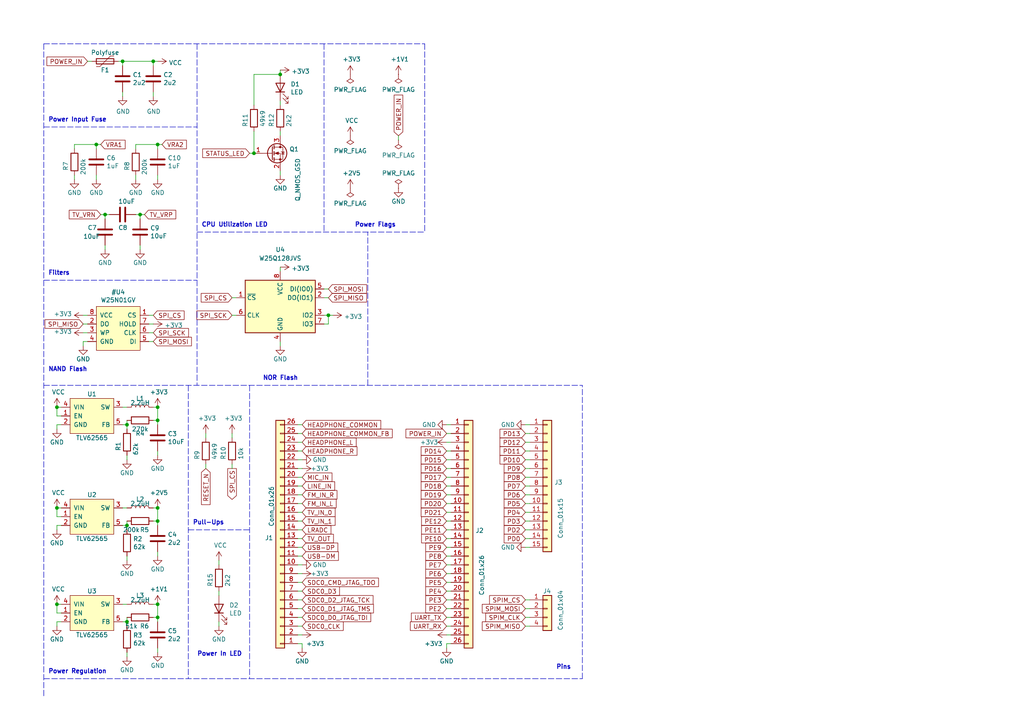
<source format=kicad_sch>
(kicad_sch (version 20211123) (generator eeschema)
  (paper "A4")
  (title_block (title "SOM-F1C") (date "2021-01-04") (rev "2") (company "Mustafa Serhat Urtis"))
  (lib_symbols
    (symbol "Connector_Generic:Conn_01x04" (pin_names (offset 1.016) hide)
      (property "Reference" "J" (at 0 5.08 0))
      (property "Value" "Conn_01x04" (at 0 -7.62 0))
      (symbol "Conn_01x04_1_1"
        (pin passive line (at -5.08 2.54 0) (length 3.81) (name "Pin_1") (number "1"))
        (pin passive line (at -5.08 0 0) (length 3.81) (name "Pin_2") (number "2"))
        (pin passive line (at -5.08 -2.54 0) (length 3.81) (name "Pin_3") (number "3"))
        (pin passive line (at -5.08 -5.08 0) (length 3.81) (name "Pin_4") (number "4"))
      )
    )
    (symbol "Connector_Generic:Conn_01x15" (pin_names (offset 1.016) hide)
      (property "Reference" "J" (at 0 20.32 0))
      (property "Value" "Conn_01x15" (at 0 -20.32 0))
      (symbol "Conn_01x15_1_1"
        (pin passive line (at -5.08 17.78 0) (length 3.81) (name "Pin_1") (number "1"))
        (pin passive line (at -5.08 -5.08 0) (length 3.81) (name "Pin_10") (number "10"))
        (pin passive line (at -5.08 -7.62 0) (length 3.81) (name "Pin_11") (number "11"))
        (pin passive line (at -5.08 -10.16 0) (length 3.81) (name "Pin_12") (number "12"))
        (pin passive line (at -5.08 -12.7 0) (length 3.81) (name "Pin_13") (number "13"))
        (pin passive line (at -5.08 -15.24 0) (length 3.81) (name "Pin_14") (number "14"))
        (pin passive line (at -5.08 -17.78 0) (length 3.81) (name "Pin_15") (number "15"))
        (pin passive line (at -5.08 15.24 0) (length 3.81) (name "Pin_2") (number "2"))
        (pin passive line (at -5.08 12.7 0) (length 3.81) (name "Pin_3") (number "3"))
        (pin passive line (at -5.08 10.16 0) (length 3.81) (name "Pin_4") (number "4"))
        (pin passive line (at -5.08 7.62 0) (length 3.81) (name "Pin_5") (number "5"))
        (pin passive line (at -5.08 5.08 0) (length 3.81) (name "Pin_6") (number "6"))
        (pin passive line (at -5.08 2.54 0) (length 3.81) (name "Pin_7") (number "7"))
        (pin passive line (at -5.08 0 0) (length 3.81) (name "Pin_8") (number "8"))
        (pin passive line (at -5.08 -2.54 0) (length 3.81) (name "Pin_9") (number "9"))
      )
    )
    (symbol "Connector_Generic:Conn_01x26" (pin_names (offset 1.016) hide)
      (property "Reference" "J" (at 0 33.02 0))
      (property "Value" "Conn_01x26" (at 0 -35.56 0))
      (symbol "Conn_01x26_1_1"
        (pin passive line (at -5.08 30.48 0) (length 3.81) (name "Pin_1") (number "1"))
        (pin passive line (at -5.08 7.62 0) (length 3.81) (name "Pin_10") (number "10"))
        (pin passive line (at -5.08 5.08 0) (length 3.81) (name "Pin_11") (number "11"))
        (pin passive line (at -5.08 2.54 0) (length 3.81) (name "Pin_12") (number "12"))
        (pin passive line (at -5.08 0 0) (length 3.81) (name "Pin_13") (number "13"))
        (pin passive line (at -5.08 -2.54 0) (length 3.81) (name "Pin_14") (number "14"))
        (pin passive line (at -5.08 -5.08 0) (length 3.81) (name "Pin_15") (number "15"))
        (pin passive line (at -5.08 -7.62 0) (length 3.81) (name "Pin_16") (number "16"))
        (pin passive line (at -5.08 -10.16 0) (length 3.81) (name "Pin_17") (number "17"))
        (pin passive line (at -5.08 -12.7 0) (length 3.81) (name "Pin_18") (number "18"))
        (pin passive line (at -5.08 -15.24 0) (length 3.81) (name "Pin_19") (number "19"))
        (pin passive line (at -5.08 27.94 0) (length 3.81) (name "Pin_2") (number "2"))
        (pin passive line (at -5.08 -17.78 0) (length 3.81) (name "Pin_20") (number "20"))
        (pin passive line (at -5.08 -20.32 0) (length 3.81) (name "Pin_21") (number "21"))
        (pin passive line (at -5.08 -22.86 0) (length 3.81) (name "Pin_22") (number "22"))
        (pin passive line (at -5.08 -25.4 0) (length 3.81) (name "Pin_23") (number "23"))
        (pin passive line (at -5.08 -27.94 0) (length 3.81) (name "Pin_24") (number "24"))
        (pin passive line (at -5.08 -30.48 0) (length 3.81) (name "Pin_25") (number "25"))
        (pin passive line (at -5.08 -33.02 0) (length 3.81) (name "Pin_26") (number "26"))
        (pin passive line (at -5.08 25.4 0) (length 3.81) (name "Pin_3") (number "3"))
        (pin passive line (at -5.08 22.86 0) (length 3.81) (name "Pin_4") (number "4"))
        (pin passive line (at -5.08 20.32 0) (length 3.81) (name "Pin_5") (number "5"))
        (pin passive line (at -5.08 17.78 0) (length 3.81) (name "Pin_6") (number "6"))
        (pin passive line (at -5.08 15.24 0) (length 3.81) (name "Pin_7") (number "7"))
        (pin passive line (at -5.08 12.7 0) (length 3.81) (name "Pin_8") (number "8"))
        (pin passive line (at -5.08 10.16 0) (length 3.81) (name "Pin_9") (number "9"))
      )
    )
    (symbol "Device:C" (pin_numbers hide) (pin_names (offset 0.254))
      (property "Reference" "C" (at 0.635 2.54 0))
      (property "Value" "C" (at 0.635 -2.54 0))
      (symbol "C_1_1"
        (pin passive line (at 0 3.81 270) (length 2.794) (name "~") (number "1"))
        (pin passive line (at 0 -3.81 90) (length 2.794) (name "~") (number "2"))
      )
    )
    (symbol "Device:L" (pin_numbers hide) (pin_names (offset 1.016) hide)
      (property "Reference" "L" (at -1.27 0 90))
      (property "Value" "L" (at 1.905 0 90))
      (symbol "L_1_1"
        (pin passive line (at 0 3.81 270) (length 1.27) (name "1") (number "1"))
        (pin passive line (at 0 -3.81 90) (length 1.27) (name "2") (number "2"))
      )
    )
    (symbol "Device:LED" (pin_numbers hide) (pin_names (offset 1.016) hide)
      (property "Reference" "D" (at 0 2.54 0))
      (property "Value" "LED" (at 0 -2.54 0))
      (symbol "LED_1_1"
        (pin passive line (at -3.81 0 0) (length 2.54) (name "K") (number "1"))
        (pin passive line (at 3.81 0 180) (length 2.54) (name "A") (number "2"))
      )
    )
    (symbol "Device:Polyfuse" (pin_numbers hide) (pin_names (offset 0))
      (property "Reference" "F" (at -2.54 0 90))
      (property "Value" "Polyfuse" (at 2.54 0 90))
      (symbol "Polyfuse_1_1"
        (pin passive line (at 0 3.81 270) (length 1.27) (name "~") (number "1"))
        (pin passive line (at 0 -3.81 90) (length 1.27) (name "~") (number "2"))
      )
    )
    (symbol "Device:Q_NMOS_GSD" (pin_names (offset 0) hide)
      (property "Reference" "Q" (at 5.08 1.27 0))
      (property "Value" "Q_NMOS_GSD" (at 5.08 -1.27 0))
      (symbol "Q_NMOS_GSD_1_1"
        (pin input line (at -5.08 0 0) (length 2.54) (name "G") (number "1"))
        (pin passive line (at 2.54 -5.08 90) (length 2.54) (name "S") (number "2"))
        (pin passive line (at 2.54 5.08 270) (length 2.54) (name "D") (number "3"))
      )
    )
    (symbol "Device:R" (pin_numbers hide) (pin_names (offset 0))
      (property "Reference" "R" (at 2.032 0 90))
      (property "Value" "R" (at 0 0 90))
      (symbol "R_1_1"
        (pin passive line (at 0 3.81 270) (length 1.27) (name "~") (number "1"))
        (pin passive line (at 0 -3.81 90) (length 1.27) (name "~") (number "2"))
      )
    )
    (symbol "Memory_Flash:W25Q128JVS"
      (property "Reference" "U" (at -8.89 8.89 0))
      (property "Value" "W25Q128JVS" (at 7.62 8.89 0))
      (symbol "W25Q128JVS_1_1"
        (pin input line (at -12.7 2.54 0) (length 2.54) (name "~{CS}") (number "1"))
        (pin bidirectional line (at 12.7 2.54 180) (length 2.54) (name "DO(IO1)") (number "2"))
        (pin bidirectional line (at 12.7 -2.54 180) (length 2.54) (name "IO2") (number "3"))
        (pin power_in line (at 0 -10.16 90) (length 2.54) (name "GND") (number "4"))
        (pin bidirectional line (at 12.7 5.08 180) (length 2.54) (name "DI(IO0)") (number "5"))
        (pin input line (at -12.7 -2.54 0) (length 2.54) (name "CLK") (number "6"))
        (pin bidirectional line (at 12.7 -5.08 180) (length 2.54) (name "IO3") (number "7"))
        (pin power_in line (at 0 10.16 270) (length 2.54) (name "VCC") (number "8"))
      )
    )
    (symbol "lib_smrg:TLV62565" (pin_names (offset 1.016))
      (property "Reference" "U" (at 0 6.35 0))
      (property "Value" "TLV62565" (at 0 -6.35 0))
      (symbol "TLV62565_1_1"
        (pin input line (at -8.89 0 0) (length 2.54) (name "EN") (number "1"))
        (pin power_in line (at -8.89 -2.54 0) (length 2.54) (name "GND") (number "2"))
        (pin power_out line (at 8.89 2.54 180) (length 2.54) (name "SW") (number "3"))
        (pin power_in line (at -8.89 2.54 0) (length 2.54) (name "VIN") (number "4"))
        (pin input line (at 8.89 -2.54 180) (length 2.54) (name "FB") (number "5"))
      )
    )
    (symbol "lib_smrg:W25N01GV" (pin_names (offset 1.016))
      (property "Reference" "U" (at 0 7.62 0))
      (property "Value" "W25N01GV" (at 0 -7.62 0))
      (symbol "W25N01GV_1_1"
        (pin input line (at 8.89 3.81 180) (length 2.54) (name "CS") (number "1"))
        (pin bidirectional line (at -8.89 1.27 0) (length 2.54) (name "DO") (number "2"))
        (pin input line (at -8.89 -1.27 0) (length 2.54) (name "WP") (number "3"))
        (pin power_in line (at -8.89 -3.81 0) (length 2.54) (name "GND") (number "4"))
        (pin bidirectional line (at 8.89 -3.81 180) (length 2.54) (name "DI") (number "5"))
        (pin input line (at 8.89 -1.27 180) (length 2.54) (name "CLK") (number "6"))
        (pin input line (at 8.89 1.27 180) (length 2.54) (name "HOLD") (number "7"))
        (pin power_in line (at -8.89 3.81 0) (length 2.54) (name "VCC") (number "8"))
      )
    )
    (symbol "power:+1V1" (power) (pin_names (offset 0))
      (property "Value" "+1V1" (at 0 3.556 0))
      (symbol "+1V1_1_1"
        (pin power_in line (at 0 0 90) (length 0) hide (name "+1V1") (number "1"))
      )
    )
    (symbol "power:+2V5" (power) (pin_names (offset 0))
      (property "Value" "+2V5" (at 0 3.556 0))
      (symbol "+2V5_1_1"
        (pin power_in line (at 0 0 90) (length 0) hide (name "+2V5") (number "1"))
      )
    )
    (symbol "power:+3V3" (power) (pin_names (offset 0))
      (property "Value" "+3V3" (at 0 3.556 0))
      (symbol "+3V3_1_1"
        (pin power_in line (at 0 0 90) (length 0) hide (name "+3V3") (number "1"))
      )
    )
    (symbol "power:GND" (power) (pin_names (offset 0))
      (property "Value" "GND" (at 0 -3.81 0))
      (symbol "GND_1_1"
        (pin power_in line (at 0 0 270) (length 0) hide (name "GND") (number "1"))
      )
    )
    (symbol "power:PWR_FLAG" (power) (pin_numbers hide) (pin_names (offset 0) hide)
      (property "Value" "PWR_FLAG" (at 0 3.81 0))
      (symbol "PWR_FLAG_0_0"
        (pin power_out line (at 0 0 90) (length 0) (name "pwr") (number "1"))
      )
    )
    (symbol "power:VCC" (power) (pin_names (offset 0))
      (property "Value" "VCC" (at 0 3.81 0))
      (symbol "VCC_1_1"
        (pin power_in line (at 0 0 90) (length 0) hide (name "VCC") (number "1"))
      )
    )
  )
  (junction (at 30.48 62.23))
  (junction (at 45.72 151.13))
  (junction (at 45.72 41.91))
  (junction (at 36.83 123.19))
  (junction (at 95.25 91.44))
  (junction (at 45.72 179.07))
  (junction (at 81.28 21.59))
  (junction (at 35.56 17.78))
  (junction (at 45.72 175.26))
  (junction (at 36.83 152.4))
  (junction (at 27.94 41.91))
  (junction (at 45.72 118.11))
  (junction (at 16.51 175.26))
  (junction (at 44.45 17.78))
  (junction (at 73.66 44.45))
  (junction (at 45.72 121.92))
  (junction (at 36.83 180.34))
  (junction (at 16.51 118.11))
  (junction (at 16.51 147.32))
  (junction (at 45.72 147.32))
  (junction (at 40.64 62.23))
  (wire (pts (xy 17.78 177.8) (xy 16.51 177.8)))
  (polyline (pts (xy 54.61 153.67) (xy 72.39 153.67)))
  (wire (pts (xy 21.59 52.07) (xy 21.59 50.8)))
  (wire (pts (xy 86.36 171.45) (xy 87.63 171.45)))
  (wire (pts (xy 40.64 62.23) (xy 41.91 62.23)))
  (wire (pts (xy 59.69 127) (xy 59.69 125.73)))
  (wire (pts (xy 43.18 91.44) (xy 44.45 91.44)))
  (wire (pts (xy 130.81 158.75) (xy 129.54 158.75)))
  (polyline (pts (xy 93.98 12.7) (xy 93.98 67.31)))
  (wire (pts (xy 16.51 152.4) (xy 16.51 153.67)))
  (wire (pts (xy 63.5 171.45) (xy 63.5 172.72)))
  (polyline (pts (xy 12.7 12.7) (xy 12.7 201.93)))
  (wire (pts (xy 95.25 91.44) (xy 93.98 91.44)))
  (polyline (pts (xy 54.61 111.76) (xy 54.61 196.85)))
  (wire (pts (xy 86.36 151.13) (xy 87.63 151.13)))
  (wire (pts (xy 30.48 62.23) (xy 31.75 62.23)))
  (wire (pts (xy 130.81 181.61) (xy 129.54 181.61)))
  (wire (pts (xy 30.48 72.39) (xy 30.48 71.12)))
  (wire (pts (xy 86.36 184.15) (xy 87.63 184.15)))
  (wire (pts (xy 130.81 140.97) (xy 129.54 140.97)))
  (wire (pts (xy 16.51 177.8) (xy 16.51 175.26)))
  (wire (pts (xy 153.67 130.81) (xy 152.4 130.81)))
  (wire (pts (xy 81.28 30.48) (xy 81.28 29.21)))
  (wire (pts (xy 95.25 93.98) (xy 95.25 91.44)))
  (wire (pts (xy 130.81 123.19) (xy 129.54 123.19)))
  (wire (pts (xy 44.45 121.92) (xy 45.72 121.92)))
  (wire (pts (xy 73.66 21.59) (xy 81.28 21.59)))
  (wire (pts (xy 153.67 128.27) (xy 152.4 128.27)))
  (wire (pts (xy 36.83 162.56) (xy 36.83 161.29)))
  (wire (pts (xy 130.81 163.83) (xy 129.54 163.83)))
  (polyline (pts (xy 57.15 12.7) (xy 57.15 111.76)))
  (wire (pts (xy 44.45 147.32) (xy 45.72 147.32)))
  (wire (pts (xy 67.31 91.44) (xy 68.58 91.44)))
  (wire (pts (xy 152.4 176.53) (xy 153.67 176.53)))
  (polyline (pts (xy 123.19 12.7) (xy 123.19 67.31)))
  (wire (pts (xy 27.94 52.07) (xy 27.94 50.8)))
  (wire (pts (xy 129.54 187.96) (xy 129.54 186.69)))
  (wire (pts (xy 43.18 99.06) (xy 44.45 99.06)))
  (wire (pts (xy 35.56 17.78) (xy 35.56 19.05)))
  (wire (pts (xy 153.67 125.73) (xy 152.4 125.73)))
  (wire (pts (xy 130.81 153.67) (xy 129.54 153.67)))
  (wire (pts (xy 81.28 39.37) (xy 81.28 38.1)))
  (wire (pts (xy 153.67 140.97) (xy 152.4 140.97)))
  (wire (pts (xy 86.36 176.53) (xy 87.63 176.53)))
  (wire (pts (xy 17.78 180.34) (xy 16.51 180.34)))
  (wire (pts (xy 130.81 176.53) (xy 129.54 176.53)))
  (wire (pts (xy 81.28 21.59) (xy 81.28 20.32)))
  (wire (pts (xy 43.18 93.98) (xy 44.45 93.98)))
  (wire (pts (xy 17.78 147.32) (xy 16.51 147.32)))
  (wire (pts (xy 36.83 180.34) (xy 36.83 181.61)))
  (wire (pts (xy 17.78 120.65) (xy 16.51 120.65)))
  (wire (pts (xy 16.51 180.34) (xy 16.51 181.61)))
  (wire (pts (xy 152.4 158.75) (xy 153.67 158.75)))
  (wire (pts (xy 24.13 99.06) (xy 24.13 100.33)))
  (wire (pts (xy 17.78 152.4) (xy 16.51 152.4)))
  (wire (pts (xy 73.66 38.1) (xy 73.66 44.45)))
  (wire (pts (xy 67.31 134.62) (xy 67.31 135.89)))
  (wire (pts (xy 130.81 173.99) (xy 129.54 173.99)))
  (wire (pts (xy 153.67 148.59) (xy 152.4 148.59)))
  (wire (pts (xy 30.48 63.5) (xy 30.48 62.23)))
  (wire (pts (xy 67.31 127) (xy 67.31 125.73)))
  (wire (pts (xy 17.78 175.26) (xy 16.51 175.26)))
  (polyline (pts (xy 57.15 67.31) (xy 123.19 67.31)))
  (wire (pts (xy 35.56 180.34) (xy 36.83 180.34)))
  (wire (pts (xy 86.36 166.37) (xy 87.63 166.37)))
  (polyline (pts (xy 168.91 196.85) (xy 168.91 111.76)))
  (wire (pts (xy 39.37 41.91) (xy 45.72 41.91)))
  (wire (pts (xy 39.37 62.23) (xy 40.64 62.23)))
  (polyline (pts (xy 12.7 81.28) (xy 57.15 81.28)))
  (wire (pts (xy 45.72 121.92) (xy 45.72 118.11)))
  (wire (pts (xy 86.36 186.69) (xy 87.63 186.69)))
  (wire (pts (xy 86.36 125.73) (xy 87.63 125.73)))
  (wire (pts (xy 86.36 135.89) (xy 87.63 135.89)))
  (wire (pts (xy 130.81 151.13) (xy 129.54 151.13)))
  (wire (pts (xy 86.36 123.19) (xy 87.63 123.19)))
  (wire (pts (xy 152.4 173.99) (xy 153.67 173.99)))
  (wire (pts (xy 29.21 62.23) (xy 30.48 62.23)))
  (wire (pts (xy 86.36 163.83) (xy 87.63 163.83)))
  (wire (pts (xy 63.5 163.83) (xy 63.5 162.56)))
  (wire (pts (xy 45.72 151.13) (xy 45.72 152.4)))
  (wire (pts (xy 36.83 151.13) (xy 36.83 152.4)))
  (wire (pts (xy 86.36 146.05) (xy 87.63 146.05)))
  (wire (pts (xy 16.51 120.65) (xy 16.51 118.11)))
  (wire (pts (xy 25.4 91.44) (xy 24.13 91.44)))
  (wire (pts (xy 86.36 133.35) (xy 87.63 133.35)))
  (wire (pts (xy 21.59 41.91) (xy 21.59 43.18)))
  (wire (pts (xy 130.81 128.27) (xy 129.54 128.27)))
  (wire (pts (xy 44.45 151.13) (xy 45.72 151.13)))
  (wire (pts (xy 86.36 179.07) (xy 87.63 179.07)))
  (wire (pts (xy 130.81 148.59) (xy 129.54 148.59)))
  (wire (pts (xy 35.56 152.4) (xy 36.83 152.4)))
  (wire (pts (xy 39.37 50.8) (xy 39.37 52.07)))
  (wire (pts (xy 67.31 86.36) (xy 68.58 86.36)))
  (wire (pts (xy 35.56 27.94) (xy 35.56 26.67)))
  (wire (pts (xy 130.81 143.51) (xy 129.54 143.51)))
  (wire (pts (xy 27.94 43.18) (xy 27.94 41.91)))
  (wire (pts (xy 130.81 166.37) (xy 129.54 166.37)))
  (wire (pts (xy 130.81 179.07) (xy 129.54 179.07)))
  (wire (pts (xy 115.57 40.64) (xy 115.57 39.37)))
  (wire (pts (xy 44.45 17.78) (xy 45.72 17.78)))
  (wire (pts (xy 16.51 118.11) (xy 17.78 118.11)))
  (wire (pts (xy 36.83 133.35) (xy 36.83 132.08)))
  (wire (pts (xy 86.36 143.51) (xy 87.63 143.51)))
  (wire (pts (xy 40.64 63.5) (xy 40.64 62.23)))
  (wire (pts (xy 95.25 91.44) (xy 96.52 91.44)))
  (wire (pts (xy 43.18 96.52) (xy 44.45 96.52)))
  (wire (pts (xy 45.72 151.13) (xy 45.72 147.32)))
  (wire (pts (xy 36.83 179.07) (xy 36.83 180.34)))
  (wire (pts (xy 86.36 153.67) (xy 87.63 153.67)))
  (wire (pts (xy 17.78 123.19) (xy 16.51 123.19)))
  (wire (pts (xy 153.67 123.19) (xy 152.4 123.19)))
  (wire (pts (xy 86.36 173.99) (xy 87.63 173.99)))
  (wire (pts (xy 44.45 175.26) (xy 45.72 175.26)))
  (wire (pts (xy 153.67 153.67) (xy 152.4 153.67)))
  (polyline (pts (xy 12.7 111.76) (xy 168.91 111.76)))
  (wire (pts (xy 86.36 128.27) (xy 87.63 128.27)))
  (wire (pts (xy 44.45 118.11) (xy 45.72 118.11)))
  (wire (pts (xy 130.81 138.43) (xy 129.54 138.43)))
  (polyline (pts (xy 12.7 12.7) (xy 123.19 12.7)))
  (wire (pts (xy 25.4 96.52) (xy 24.13 96.52)))
  (wire (pts (xy 45.72 189.23) (xy 45.72 187.96)))
  (wire (pts (xy 86.36 181.61) (xy 87.63 181.61)))
  (wire (pts (xy 81.28 50.8) (xy 81.28 49.53)))
  (wire (pts (xy 25.4 99.06) (xy 24.13 99.06)))
  (wire (pts (xy 130.81 184.15) (xy 129.54 184.15)))
  (wire (pts (xy 153.67 146.05) (xy 152.4 146.05)))
  (wire (pts (xy 81.28 78.74) (xy 81.28 77.47)))
  (wire (pts (xy 46.99 41.91) (xy 45.72 41.91)))
  (wire (pts (xy 34.29 17.78) (xy 35.56 17.78)))
  (wire (pts (xy 29.21 41.91) (xy 27.94 41.91)))
  (wire (pts (xy 81.28 100.33) (xy 81.28 99.06)))
  (wire (pts (xy 152.4 179.07) (xy 153.67 179.07)))
  (wire (pts (xy 45.72 50.8) (xy 45.72 52.07)))
  (wire (pts (xy 36.83 190.5) (xy 36.83 189.23)))
  (wire (pts (xy 153.67 143.51) (xy 152.4 143.51)))
  (wire (pts (xy 130.81 161.29) (xy 129.54 161.29)))
  (wire (pts (xy 86.36 148.59) (xy 87.63 148.59)))
  (wire (pts (xy 130.81 186.69) (xy 129.54 186.69)))
  (wire (pts (xy 86.36 130.81) (xy 87.63 130.81)))
  (wire (pts (xy 87.63 187.96) (xy 87.63 186.69)))
  (wire (pts (xy 86.36 140.97) (xy 87.63 140.97)))
  (wire (pts (xy 45.72 121.92) (xy 45.72 123.19)))
  (wire (pts (xy 36.83 123.19) (xy 36.83 124.46)))
  (polyline (pts (xy 106.68 111.76) (xy 106.68 67.31)))
  (wire (pts (xy 153.67 138.43) (xy 152.4 138.43)))
  (wire (pts (xy 44.45 17.78) (xy 44.45 19.05)))
  (wire (pts (xy 39.37 43.18) (xy 39.37 41.91)))
  (wire (pts (xy 86.36 161.29) (xy 87.63 161.29)))
  (wire (pts (xy 86.36 156.21) (xy 87.63 156.21)))
  (wire (pts (xy 45.72 179.07) (xy 45.72 180.34)))
  (wire (pts (xy 44.45 27.94) (xy 44.45 26.67)))
  (wire (pts (xy 130.81 133.35) (xy 129.54 133.35)))
  (wire (pts (xy 93.98 83.82) (xy 95.25 83.82)))
  (wire (pts (xy 153.67 156.21) (xy 152.4 156.21)))
  (wire (pts (xy 36.83 152.4) (xy 36.83 153.67)))
  (wire (pts (xy 86.36 158.75) (xy 87.63 158.75)))
  (wire (pts (xy 153.67 135.89) (xy 152.4 135.89)))
  (wire (pts (xy 35.56 147.32) (xy 36.83 147.32)))
  (polyline (pts (xy 12.7 36.83) (xy 57.15 36.83)))
  (wire (pts (xy 27.94 41.91) (xy 21.59 41.91)))
  (wire (pts (xy 44.45 179.07) (xy 45.72 179.07)))
  (wire (pts (xy 95.25 86.36) (xy 93.98 86.36)))
  (wire (pts (xy 36.83 121.92) (xy 36.83 123.19)))
  (wire (pts (xy 16.51 149.86) (xy 16.51 147.32)))
  (polyline (pts (xy 72.39 111.76) (xy 72.39 196.85)))
  (polyline (pts (xy 12.7 196.85) (xy 168.91 196.85)))
  (wire (pts (xy 35.56 17.78) (xy 44.45 17.78)))
  (wire (pts (xy 130.81 146.05) (xy 129.54 146.05)))
  (wire (pts (xy 130.81 135.89) (xy 129.54 135.89)))
  (wire (pts (xy 130.81 130.81) (xy 129.54 130.81)))
  (wire (pts (xy 153.67 133.35) (xy 152.4 133.35)))
  (wire (pts (xy 35.56 118.11) (xy 36.83 118.11)))
  (wire (pts (xy 45.72 41.91) (xy 45.72 43.18)))
  (wire (pts (xy 40.64 72.39) (xy 40.64 71.12)))
  (wire (pts (xy 17.78 149.86) (xy 16.51 149.86)))
  (wire (pts (xy 59.69 134.62) (xy 59.69 135.89)))
  (wire (pts (xy 152.4 181.61) (xy 153.67 181.61)))
  (wire (pts (xy 86.36 168.91) (xy 87.63 168.91)))
  (wire (pts (xy 16.51 123.19) (xy 16.51 124.46)))
  (wire (pts (xy 153.67 151.13) (xy 152.4 151.13)))
  (wire (pts (xy 130.81 156.21) (xy 129.54 156.21)))
  (wire (pts (xy 35.56 123.19) (xy 36.83 123.19)))
  (wire (pts (xy 25.4 17.78) (xy 26.67 17.78)))
  (wire (pts (xy 45.72 132.08) (xy 45.72 130.81)))
  (wire (pts (xy 72.39 44.45) (xy 73.66 44.45)))
  (wire (pts (xy 35.56 175.26) (xy 36.83 175.26)))
  (wire (pts (xy 130.81 171.45) (xy 129.54 171.45)))
  (wire (pts (xy 25.4 93.98) (xy 24.13 93.98)))
  (wire (pts (xy 63.5 180.34) (xy 63.5 181.61)))
  (wire (pts (xy 73.66 30.48) (xy 73.66 21.59)))
  (wire (pts (xy 95.25 93.98) (xy 93.98 93.98)))
  (wire (pts (xy 45.72 161.29) (xy 45.72 160.02)))
  (wire (pts (xy 45.72 179.07) (xy 45.72 175.26)))
  (wire (pts (xy 86.36 138.43) (xy 87.63 138.43)))
  (wire (pts (xy 130.81 125.73) (xy 129.54 125.73)))
  (wire (pts (xy 130.81 168.91) (xy 129.54 168.91)))
  (text "NOR Flash" (at 76.2 110.49 0) (effects (font (size 1.27 1.27) (thickness 0.254) bold) (justify left bottom)))
  (text "Pull-Ups" (at 55.88 152.4 0) (effects (font (size 1.27 1.27) (thickness 0.254) bold) (justify left bottom)))
  (text "CPU Utilization LED" (at 58.42 66.04 0) (effects (font (size 1.27 1.27) (thickness 0.254) bold) (justify left bottom)))
  (text "Power Regulation" (at 13.97 195.58 0) (effects (font (size 1.27 1.27) (thickness 0.254) bold) (justify left bottom)))
  (text "Power Flags" (at 102.87 66.04 0) (effects (font (size 1.27 1.27) (thickness 0.254) bold) (justify left bottom)))
  (text "NAND Flash" (at 13.97 107.95 0) (effects (font (size 1.27 1.27) (thickness 0.254) bold) (justify left bottom)))
  (text "Pins" (at 161.29 194.31 0) (effects (font (size 1.27 1.27) (thickness 0.254) bold) (justify left bottom)))
  (text "Power Input Fuse" (at 13.97 35.56 0) (effects (font (size 1.27 1.27) (thickness 0.254) bold) (justify left bottom)))
  (text "Filters" (at 13.97 80.01 0) (effects (font (size 1.27 1.27) (thickness 0.254) bold) (justify left bottom)))
  (text "Power In LED" (at 57.15 190.5 0) (effects (font (size 1.27 1.27) (thickness 0.254) bold) (justify left bottom)))
  (global_label "PD18" (shape input) (at 129.54 140.97 180) (property "Intersheet References" "${INTERSHEET_REFS}" (effects hide)))
  (global_label "POWER_IN" (shape input) (at 129.54 125.73 180) (property "Intersheet References" "${INTERSHEET_REFS}" (effects hide)))
  (global_label "SPI_MISO" (shape input) (at 24.13 93.98 180) (property "Intersheet References" "${INTERSHEET_REFS}" (effects hide)))
  (global_label "SDC0_D1_JTAG_TMS" (shape input) (at 87.63 176.53 0) (property "Intersheet References" "${INTERSHEET_REFS}" (effects hide)))
  (global_label "TV_VRP" (shape input) (at 41.91 62.23 0) (property "Intersheet References" "${INTERSHEET_REFS}" (effects hide)))
  (global_label "PD10" (shape input) (at 152.4 133.35 180) (property "Intersheet References" "${INTERSHEET_REFS}" (effects hide)))
  (global_label "UART_RX" (shape input) (at 129.54 181.61 180) (property "Intersheet References" "${INTERSHEET_REFS}" (effects hide)))
  (global_label "PD8" (shape input) (at 152.4 138.43 180) (property "Intersheet References" "${INTERSHEET_REFS}" (effects hide)))
  (global_label "UART_TX" (shape input) (at 129.54 179.07 180) (property "Intersheet References" "${INTERSHEET_REFS}" (effects hide)))
  (global_label "SPI_MOSI" (shape input) (at 95.25 83.82 0) (property "Intersheet References" "${INTERSHEET_REFS}" (effects hide)))
  (global_label "TV_VRN" (shape input) (at 29.21 62.23 180) (property "Intersheet References" "${INTERSHEET_REFS}" (effects hide)))
  (global_label "SDC0_D3" (shape input) (at 87.63 171.45 0) (property "Intersheet References" "${INTERSHEET_REFS}" (effects hide)))
  (global_label "HEADPHONE_R" (shape input) (at 87.63 130.81 0) (property "Intersheet References" "${INTERSHEET_REFS}" (effects hide)))
  (global_label "PD20" (shape input) (at 129.54 146.05 180) (property "Intersheet References" "${INTERSHEET_REFS}" (effects hide)))
  (global_label "PD2" (shape input) (at 152.4 153.67 180) (property "Intersheet References" "${INTERSHEET_REFS}" (effects hide)))
  (global_label "PD13" (shape input) (at 152.4 125.73 180) (property "Intersheet References" "${INTERSHEET_REFS}" (effects hide)))
  (global_label "PD11" (shape input) (at 152.4 130.81 180) (property "Intersheet References" "${INTERSHEET_REFS}" (effects hide)))
  (global_label "PD3" (shape input) (at 152.4 151.13 180) (property "Intersheet References" "${INTERSHEET_REFS}" (effects hide)))
  (global_label "SPI_SCK" (shape input) (at 67.31 91.44 180) (property "Intersheet References" "${INTERSHEET_REFS}" (effects hide)))
  (global_label "SPIM_CS" (shape input) (at 152.4 173.99 180) (property "Intersheet References" "${INTERSHEET_REFS}" (effects hide)))
  (global_label "PD15" (shape input) (at 129.54 133.35 180) (property "Intersheet References" "${INTERSHEET_REFS}" (effects hide)))
  (global_label "SDC0_CMD_JTAG_TDO" (shape input) (at 87.63 168.91 0) (property "Intersheet References" "${INTERSHEET_REFS}" (effects hide)))
  (global_label "TV_OUT" (shape input) (at 87.63 156.21 0) (property "Intersheet References" "${INTERSHEET_REFS}" (effects hide)))
  (global_label "TV_IN_1" (shape input) (at 87.63 151.13 0) (property "Intersheet References" "${INTERSHEET_REFS}" (effects hide)))
  (global_label "PE7" (shape input) (at 129.54 163.83 180) (property "Intersheet References" "${INTERSHEET_REFS}" (effects hide)))
  (global_label "PE8" (shape input) (at 129.54 161.29 180) (property "Intersheet References" "${INTERSHEET_REFS}" (effects hide)))
  (global_label "PE12" (shape input) (at 129.54 151.13 180) (property "Intersheet References" "${INTERSHEET_REFS}" (effects hide)))
  (global_label "SPI_SCK" (shape input) (at 44.45 96.52 0) (property "Intersheet References" "${INTERSHEET_REFS}" (effects hide)))
  (global_label "HEADPHONE_COMMON" (shape input) (at 87.63 123.19 0) (property "Intersheet References" "${INTERSHEET_REFS}" (effects hide)))
  (global_label "SPI_CS" (shape input) (at 67.31 86.36 180) (property "Intersheet References" "${INTERSHEET_REFS}" (effects hide)))
  (global_label "SPI_CS" (shape output) (at 67.31 135.89 270) (property "Intersheet References" "${INTERSHEET_REFS}" (effects hide)))
  (global_label "HEADPHONE_L" (shape input) (at 87.63 128.27 0) (property "Intersheet References" "${INTERSHEET_REFS}" (effects hide)))
  (global_label "PE10" (shape input) (at 129.54 156.21 180) (property "Intersheet References" "${INTERSHEET_REFS}" (effects hide)))
  (global_label "PE5" (shape input) (at 129.54 168.91 180) (property "Intersheet References" "${INTERSHEET_REFS}" (effects hide)))
  (global_label "PD9" (shape input) (at 152.4 135.89 180) (property "Intersheet References" "${INTERSHEET_REFS}" (effects hide)))
  (global_label "SPI_CS" (shape input) (at 44.45 91.44 0) (property "Intersheet References" "${INTERSHEET_REFS}" (effects hide)))
  (global_label "SPIM_MOSI" (shape input) (at 152.4 176.53 180) (property "Intersheet References" "${INTERSHEET_REFS}" (effects hide)))
  (global_label "PD5" (shape input) (at 152.4 146.05 180) (property "Intersheet References" "${INTERSHEET_REFS}" (effects hide)))
  (global_label "SPIM_MISO" (shape input) (at 152.4 181.61 180) (property "Intersheet References" "${INTERSHEET_REFS}" (effects hide)))
  (global_label "PD0" (shape input) (at 152.4 156.21 180) (property "Intersheet References" "${INTERSHEET_REFS}" (effects hide)))
  (global_label "POWER_IN" (shape input) (at 25.4 17.78 180) (property "Intersheet References" "${INTERSHEET_REFS}" (effects hide)))
  (global_label "SPI_MISO" (shape input) (at 95.25 86.36 0) (property "Intersheet References" "${INTERSHEET_REFS}" (effects hide)))
  (global_label "PD21" (shape input) (at 129.54 148.59 180) (property "Intersheet References" "${INTERSHEET_REFS}" (effects hide)))
  (global_label "HEADPHONE_COMMON_FB" (shape input) (at 87.63 125.73 0) (property "Intersheet References" "${INTERSHEET_REFS}" (effects hide)))
  (global_label "PD17" (shape input) (at 129.54 138.43 180) (property "Intersheet References" "${INTERSHEET_REFS}" (effects hide)))
  (global_label "VRA2" (shape input) (at 46.99 41.91 0) (property "Intersheet References" "${INTERSHEET_REFS}" (effects hide)))
  (global_label "STATUS_LED" (shape input) (at 72.39 44.45 180) (property "Intersheet References" "${INTERSHEET_REFS}" (effects hide)))
  (global_label "SDC0_D2_JTAG_TCK" (shape input) (at 87.63 173.99 0) (property "Intersheet References" "${INTERSHEET_REFS}" (effects hide)))
  (global_label "LRADC" (shape input) (at 87.63 153.67 0) (property "Intersheet References" "${INTERSHEET_REFS}" (effects hide)))
  (global_label "PE11" (shape input) (at 129.54 153.67 180) (property "Intersheet References" "${INTERSHEET_REFS}" (effects hide)))
  (global_label "PE9" (shape input) (at 129.54 158.75 180) (property "Intersheet References" "${INTERSHEET_REFS}" (effects hide)))
  (global_label "PD14" (shape input) (at 129.54 130.81 180) (property "Intersheet References" "${INTERSHEET_REFS}" (effects hide)))
  (global_label "RESET_N" (shape input) (at 59.69 135.89 270) (property "Intersheet References" "${INTERSHEET_REFS}" (effects hide)))
  (global_label "PD7" (shape input) (at 152.4 140.97 180) (property "Intersheet References" "${INTERSHEET_REFS}" (effects hide)))
  (global_label "PD19" (shape input) (at 129.54 143.51 180) (property "Intersheet References" "${INTERSHEET_REFS}" (effects hide)))
  (global_label "PD12" (shape input) (at 152.4 128.27 180) (property "Intersheet References" "${INTERSHEET_REFS}" (effects hide)))
  (global_label "MIC_IN" (shape input) (at 87.63 138.43 0) (property "Intersheet References" "${INTERSHEET_REFS}" (effects hide)))
  (global_label "SDC0_D0_JTAG_TDI" (shape input) (at 87.63 179.07 0) (property "Intersheet References" "${INTERSHEET_REFS}" (effects hide)))
  (global_label "POWER_IN" (shape input) (at 115.57 39.37 90) (property "Intersheet References" "${INTERSHEET_REFS}" (effects hide)))
  (global_label "PD16" (shape input) (at 129.54 135.89 180) (property "Intersheet References" "${INTERSHEET_REFS}" (effects hide)))
  (global_label "FM_IN_R" (shape input) (at 87.63 143.51 0) (property "Intersheet References" "${INTERSHEET_REFS}" (effects hide)))
  (global_label "PE2" (shape input) (at 129.54 176.53 180) (property "Intersheet References" "${INTERSHEET_REFS}" (effects hide)))
  (global_label "FM_IN_L" (shape input) (at 87.63 146.05 0) (property "Intersheet References" "${INTERSHEET_REFS}" (effects hide)))
  (global_label "USB-DP" (shape input) (at 87.63 158.75 0) (property "Intersheet References" "${INTERSHEET_REFS}" (effects hide)))
  (global_label "TV_IN_0" (shape input) (at 87.63 148.59 0) (property "Intersheet References" "${INTERSHEET_REFS}" (effects hide)))
  (global_label "VRA1" (shape input) (at 29.21 41.91 0) (property "Intersheet References" "${INTERSHEET_REFS}" (effects hide)))
  (global_label "LINE_IN" (shape input) (at 87.63 140.97 0) (property "Intersheet References" "${INTERSHEET_REFS}" (effects hide)))
  (global_label "PE3" (shape input) (at 129.54 173.99 180) (property "Intersheet References" "${INTERSHEET_REFS}" (effects hide)))
  (global_label "SPIM_CLK" (shape input) (at 152.4 179.07 180) (property "Intersheet References" "${INTERSHEET_REFS}" (effects hide)))
  (global_label "SDC0_CLK" (shape input) (at 87.63 181.61 0) (property "Intersheet References" "${INTERSHEET_REFS}" (effects hide)))
  (global_label "PD4" (shape input) (at 152.4 148.59 180) (property "Intersheet References" "${INTERSHEET_REFS}" (effects hide)))
  (global_label "PD6" (shape input) (at 152.4 143.51 180) (property "Intersheet References" "${INTERSHEET_REFS}" (effects hide)))
  (global_label "PE6" (shape input) (at 129.54 166.37 180) (property "Intersheet References" "${INTERSHEET_REFS}" (effects hide)))
  (global_label "USB-DM" (shape input) (at 87.63 161.29 0) (property "Intersheet References" "${INTERSHEET_REFS}" (effects hide)))
  (global_label "SPI_MOSI" (shape input) (at 44.45 99.06 0) (property "Intersheet References" "${INTERSHEET_REFS}" (effects hide)))
  (global_label "PE4" (shape input) (at 129.54 171.45 180) (property "Intersheet References" "${INTERSHEET_REFS}" (effects hide)))
  (symbol (lib_id "lib_smrg:TLV62565") (at 26.67 120.65 0) (unit 1)
    (property "Reference" "U1" (at 26.67 114.3 0))
    (property "Value" "TLV62565" (at 26.67 127 0))
    (property "Footprint" "Package_TO_SOT_SMD:SOT-23-5" (effects hide))
  )
  (symbol (lib_id "power:GND") (at 16.51 124.46 0) (unit 1)
    (property "Reference" "#PWR0119" (effects hide))
    (property "Value" "GND" (at 16.51 128.27 0))
  )
  (symbol (lib_id "Device:Polyfuse") (at 30.48 17.78 270) (unit 1)
    (property "Reference" "F1" (at 30.48 20.32 90))
    (property "Value" "Polyfuse" (at 30.48 15.24 90))
    (property "Footprint" "Fuse:Fuse_1206_3216Metric" (effects hide))
  )
  (symbol (lib_id "Device:C") (at 35.56 22.86 0) (unit 1)
    (property "Reference" "C1" (at 38.481 21.6916 0) (effects (justify left)))
    (property "Value" "2u2" (at 38.481 24.003 0) (effects (justify left)))
    (property "Footprint" "Capacitor_SMD:C_0402_1005Metric" (effects hide))
  )
  (symbol (lib_id "Device:C") (at 44.45 22.86 0) (unit 1)
    (property "Reference" "C2" (at 47.371 21.6916 0) (effects (justify left)))
    (property "Value" "2u2" (at 47.371 24.003 0) (effects (justify left)))
    (property "Footprint" "Capacitor_SMD:C_0402_1005Metric" (effects hide))
  )
  (symbol (lib_id "power:GND") (at 35.56 27.94 0) (unit 1)
    (property "Reference" "#PWR0109" (effects hide))
    (property "Value" "GND" (at 35.687 32.3342 0))
  )
  (symbol (lib_id "power:GND") (at 44.45 27.94 0) (unit 1)
    (property "Reference" "#PWR0110" (effects hide))
    (property "Value" "GND" (at 44.577 32.3342 0))
  )
  (symbol (lib_id "lib_smrg:TLV62565") (at 26.67 149.86 0) (unit 1)
    (property "Reference" "U2" (at 26.67 143.51 0))
    (property "Value" "TLV62565" (at 26.67 156.21 0))
    (property "Footprint" "Package_TO_SOT_SMD:SOT-23-5" (effects hide))
  )
  (symbol (lib_id "power:GND") (at 16.51 153.67 0) (unit 1)
    (property "Reference" "#PWR0118" (effects hide))
    (property "Value" "GND" (at 16.51 157.48 0))
  )
  (symbol (lib_id "lib_smrg:TLV62565") (at 26.67 177.8 0) (unit 1)
    (property "Reference" "U3" (at 26.67 171.45 0))
    (property "Value" "TLV62565" (at 26.67 184.15 0))
    (property "Footprint" "Package_TO_SOT_SMD:SOT-23-5" (effects hide))
  )
  (symbol (lib_id "power:GND") (at 16.51 181.61 0) (unit 1)
    (property "Reference" "#PWR0117" (effects hide))
    (property "Value" "GND" (at 16.51 185.42 0))
  )
  (symbol (lib_id "lib_smrg:W25N01GV") (at 34.29 95.25 0) (unit 1)
    (property "Reference" "#U4" (at 34.29 84.709 0))
    (property "Value" "W25N01GV" (at 34.29 87.0204 0))
    (property "Footprint" "footprints_smrg:WSON8_8x6" (effects hide))
  )
  (symbol (lib_id "power:GND") (at 81.28 50.8 0) (unit 1)
    (property "Reference" "#PWR0101" (effects hide))
    (property "Value" "GND" (at 81.28 54.61 0))
  )
  (symbol (lib_id "Device:LED") (at 81.28 25.4 90) (unit 1)
    (property "Reference" "D1" (at 84.2772 24.4094 90) (effects (justify right)))
    (property "Value" "LED" (at 84.2772 26.7208 90) (effects (justify right)))
    (property "Footprint" "LED_SMD:LED_0402_1005Metric" (effects hide))
  )
  (symbol (lib_id "Device:R") (at 81.28 34.29 0) (unit 1)
    (property "Reference" "R12" (at 78.74 36.83 90) (effects (justify left)))
    (property "Value" "2k2" (at 83.82 36.83 90) (effects (justify left)))
    (property "Footprint" "Resistor_SMD:R_0402_1005Metric" (effects hide))
  )
  (symbol (lib_id "Device:R") (at 73.66 34.29 0) (unit 1)
    (property "Reference" "R11" (at 71.12 36.83 90) (effects (justify left)))
    (property "Value" "49k9" (at 76.2 36.83 90) (effects (justify left)))
    (property "Footprint" "Resistor_SMD:R_0402_1005Metric" (effects hide))
  )
  (symbol (lib_id "Device:Q_NMOS_GSD") (at 78.74 44.45 0) (unit 1)
    (property "Reference" "Q1" (at 83.9216 43.2816 0) (effects (justify left)))
    (property "Value" "Q_NMOS_GSD" (at 86.36 58.42 90) (effects (justify left)))
    (property "Footprint" "Package_TO_SOT_SMD:SOT-323_SC-70" (effects hide))
  )
  (symbol (lib_id "power:GND") (at 24.13 100.33 0) (unit 1)
    (property "Reference" "#PWR0102" (effects hide))
    (property "Value" "GND" (at 24.13 104.14 0))
  )
  (symbol (lib_id "Device:R") (at 67.31 130.81 0) (unit 1)
    (property "Reference" "R10" (at 64.77 133.35 90) (effects (justify left)))
    (property "Value" "10k" (at 69.85 133.35 90) (effects (justify left)))
    (property "Footprint" "Resistor_SMD:R_0402_1005Metric" (effects hide))
  )
  (symbol (lib_id "Device:R") (at 59.69 130.81 0) (unit 1)
    (property "Reference" "R9" (at 57.15 133.35 90) (effects (justify left)))
    (property "Value" "49k9" (at 62.23 133.35 90) (effects (justify left)))
    (property "Footprint" "Resistor_SMD:R_0402_1005Metric" (effects hide))
  )
  (symbol (lib_id "Device:C") (at 27.94 46.99 0) (unit 1)
    (property "Reference" "C6" (at 30.861 45.8216 0) (effects (justify left)))
    (property "Value" "1uF" (at 30.861 48.133 0) (effects (justify left)))
    (property "Footprint" "Capacitor_SMD:C_0402_1005Metric" (effects hide))
  )
  (symbol (lib_id "Device:C") (at 45.72 46.99 0) (unit 1)
    (property "Reference" "C10" (at 48.641 45.8216 0) (effects (justify left)))
    (property "Value" "1uF" (at 48.641 48.133 0) (effects (justify left)))
    (property "Footprint" "Capacitor_SMD:C_0402_1005Metric" (effects hide))
  )
  (symbol (lib_id "Device:R") (at 21.59 46.99 0) (unit 1)
    (property "Reference" "R7" (at 19.05 49.53 90) (effects (justify left)))
    (property "Value" "200k" (at 24.13 50.8 90) (effects (justify left)))
    (property "Footprint" "Resistor_SMD:R_0402_1005Metric" (effects hide))
  )
  (symbol (lib_id "Device:R") (at 39.37 46.99 0) (unit 1)
    (property "Reference" "R8" (at 36.83 49.53 90) (effects (justify left)))
    (property "Value" "200k" (at 41.91 50.8 90) (effects (justify left)))
    (property "Footprint" "Resistor_SMD:R_0402_1005Metric" (effects hide))
  )
  (symbol (lib_id "power:GND") (at 45.72 52.07 0) (unit 1)
    (property "Reference" "#PWR0103" (effects hide))
    (property "Value" "GND" (at 45.72 55.88 0))
  )
  (symbol (lib_id "power:GND") (at 39.37 52.07 0) (unit 1)
    (property "Reference" "#PWR0104" (effects hide))
    (property "Value" "GND" (at 39.37 55.88 0))
  )
  (symbol (lib_id "power:GND") (at 27.94 52.07 0) (unit 1)
    (property "Reference" "#PWR0105" (effects hide))
    (property "Value" "GND" (at 27.94 55.88 0))
  )
  (symbol (lib_id "power:GND") (at 21.59 52.07 0) (unit 1)
    (property "Reference" "#PWR0106" (effects hide))
    (property "Value" "GND" (at 21.59 55.88 0))
  )
  (symbol (lib_id "Device:C") (at 40.64 67.31 0) (unit 1)
    (property "Reference" "C9" (at 43.561 66.1416 0) (effects (justify left)))
    (property "Value" "10uF" (at 43.561 68.453 0) (effects (justify left)))
    (property "Footprint" "Capacitor_SMD:C_0402_1005Metric" (effects hide))
  )
  (symbol (lib_id "Device:C") (at 30.48 67.31 0) (unit 1)
    (property "Reference" "C7" (at 25.4 66.04 0) (effects (justify left)))
    (property "Value" "10uF" (at 24.13 68.58 0) (effects (justify left)))
    (property "Footprint" "Capacitor_SMD:C_0402_1005Metric" (effects hide))
  )
  (symbol (lib_id "Device:C") (at 35.56 62.23 270) (unit 1)
    (property "Reference" "C8" (at 34.29 66.04 90) (effects (justify left)))
    (property "Value" "10uF" (at 34.29 58.42 90) (effects (justify left)))
    (property "Footprint" "Capacitor_SMD:C_0402_1005Metric" (effects hide))
  )
  (symbol (lib_id "power:GND") (at 40.64 72.39 0) (unit 1)
    (property "Reference" "#PWR0107" (effects hide))
    (property "Value" "GND" (at 40.64 76.2 0))
  )
  (symbol (lib_id "power:GND") (at 30.48 72.39 0) (unit 1)
    (property "Reference" "#PWR0108" (effects hide))
    (property "Value" "GND" (at 30.48 76.2 0))
  )
  (symbol (lib_id "Device:L") (at 40.64 147.32 90) (unit 1)
    (property "Reference" "L2" (at 40.64 144.78 90))
    (property "Value" "2.2uH" (at 40.64 146.05 90))
    (property "Footprint" "Inductor_SMD:L_0805_2012Metric" (effects hide))
  )
  (symbol (lib_id "Device:C") (at 45.72 156.21 0) (unit 1)
    (property "Reference" "C4" (at 48.641 155.0416 0) (effects (justify left)))
    (property "Value" "2u2" (at 48.641 157.353 0) (effects (justify left)))
    (property "Footprint" "Capacitor_SMD:C_0402_1005Metric" (effects hide))
  )
  (symbol (lib_id "Device:L") (at 40.64 118.11 90) (unit 1)
    (property "Reference" "L1" (at 40.64 115.57 90))
    (property "Value" "2.2uH" (at 40.64 116.84 90))
    (property "Footprint" "Inductor_SMD:L_0805_2012Metric" (effects hide))
  )
  (symbol (lib_id "Device:L") (at 40.64 175.26 90) (unit 1)
    (property "Reference" "L3" (at 40.64 172.72 90))
    (property "Value" "2.2uH" (at 40.64 173.99 90))
    (property "Footprint" "Inductor_SMD:L_0805_2012Metric" (effects hide))
  )
  (symbol (lib_id "Device:C") (at 45.72 127 0) (unit 1)
    (property "Reference" "C3" (at 48.641 125.8316 0) (effects (justify left)))
    (property "Value" "10uF" (at 48.641 128.143 0) (effects (justify left)))
    (property "Footprint" "Capacitor_SMD:C_0402_1005Metric" (effects hide))
  )
  (symbol (lib_id "Device:C") (at 45.72 184.15 0) (unit 1)
    (property "Reference" "C5" (at 48.641 182.9816 0) (effects (justify left)))
    (property "Value" "2u2" (at 48.641 185.293 0) (effects (justify left)))
    (property "Footprint" "Capacitor_SMD:C_0402_1005Metric" (effects hide))
  )
  (symbol (lib_id "Device:R") (at 40.64 151.13 270) (unit 1)
    (property "Reference" "R5" (at 41.91 153.67 90))
    (property "Value" "200k" (at 38.1 153.67 90))
    (property "Footprint" "Resistor_SMD:R_0402_1005Metric" (effects hide))
  )
  (symbol (lib_id "Device:R") (at 36.83 157.48 0) (unit 1)
    (property "Reference" "R2" (at 38.608 156.3116 0) (effects (justify left)))
    (property "Value" "62k" (at 38.608 158.623 0) (effects (justify left)))
    (property "Footprint" "Resistor_SMD:R_0402_1005Metric" (effects hide))
  )
  (symbol (lib_id "power:GND") (at 36.83 162.56 0) (unit 1)
    (property "Reference" "#PWR0116" (effects hide))
    (property "Value" "GND" (at 36.83 166.37 0))
  )
  (symbol (lib_id "power:GND") (at 45.72 161.29 0) (unit 1)
    (property "Reference" "#PWR0115" (effects hide))
    (property "Value" "GND" (at 45.72 165.1 0))
  )
  (symbol (lib_id "Device:R") (at 40.64 179.07 270) (unit 1)
    (property "Reference" "R6" (at 41.91 181.61 90))
    (property "Value" "51k" (at 38.1 181.61 90))
    (property "Footprint" "Resistor_SMD:R_0402_1005Metric" (effects hide))
  )
  (symbol (lib_id "Device:R") (at 36.83 185.42 0) (unit 1)
    (property "Reference" "R3" (at 38.608 184.2516 0) (effects (justify left)))
    (property "Value" "62k" (at 38.608 186.563 0) (effects (justify left)))
    (property "Footprint" "Resistor_SMD:R_0402_1005Metric" (effects hide))
  )
  (symbol (lib_id "power:GND") (at 36.83 190.5 0) (unit 1)
    (property "Reference" "#PWR0114" (effects hide))
    (property "Value" "GND" (at 36.83 194.31 0))
  )
  (symbol (lib_id "power:GND") (at 45.72 189.23 0) (unit 1)
    (property "Reference" "#PWR0113" (effects hide))
    (property "Value" "GND" (at 45.72 193.04 0))
  )
  (symbol (lib_id "Device:R") (at 40.64 121.92 270) (unit 1)
    (property "Reference" "R4" (at 40.64 125.73 90))
    (property "Value" "270k" (at 40.64 124.46 90))
    (property "Footprint" "Resistor_SMD:R_0402_1005Metric" (effects hide))
  )
  (symbol (lib_id "Device:R") (at 36.83 128.27 0) (unit 1)
    (property "Reference" "R1" (at 34.29 130.81 90) (effects (justify left)))
    (property "Value" "62k" (at 39.37 132.08 90) (effects (justify left)))
    (property "Footprint" "Resistor_SMD:R_0402_1005Metric" (effects hide))
  )
  (symbol (lib_id "power:GND") (at 36.83 133.35 0) (unit 1)
    (property "Reference" "#PWR0112" (effects hide))
    (property "Value" "GND" (at 36.83 137.16 0))
  )
  (symbol (lib_id "power:GND") (at 45.72 132.08 0) (unit 1)
    (property "Reference" "#PWR0111" (effects hide))
    (property "Value" "GND" (at 45.72 135.89 0))
  )
  (symbol (lib_id "power:+3V3") (at 81.28 20.32 270) (unit 1)
    (property "Reference" "#PWR03" (effects hide))
    (property "Value" "+3V3" (at 84.5312 20.701 90) (effects (justify left)))
  )
  (symbol (lib_id "Device:LED") (at 63.5 176.53 90) (unit 1)
    (property "Reference" "D2" (at 66.4972 175.5394 90) (effects (justify right)))
    (property "Value" "LED" (at 66.4972 177.8508 90) (effects (justify right)))
    (property "Footprint" "LED_SMD:LED_0402_1005Metric" (effects hide))
  )
  (symbol (lib_id "power:VCC") (at 63.5 162.56 0) (unit 1)
    (property "Reference" "#PWR01" (effects hide))
    (property "Value" "VCC" (at 63.9318 158.1658 0))
  )
  (symbol (lib_id "Device:R") (at 63.5 167.64 0) (unit 1)
    (property "Reference" "R15" (at 60.96 170.18 90) (effects (justify left)))
    (property "Value" "2k2" (at 66.04 170.18 90) (effects (justify left)))
    (property "Footprint" "Resistor_SMD:R_0402_1005Metric" (effects hide))
  )
  (symbol (lib_id "power:GND") (at 63.5 181.61 0) (unit 1)
    (property "Reference" "#PWR02" (effects hide))
    (property "Value" "GND" (at 63.5 185.42 0))
  )
  (symbol (lib_id "Connector_Generic:Conn_01x26") (at 135.89 153.67 0) (unit 1)
    (property "Reference" "J2" (at 137.922 153.8732 0) (effects (justify left)))
    (property "Value" "Conn_01x26" (at 139.7 172.72 90) (effects (justify left)))
    (property "Footprint" "Connector_PinHeader_1.27mm:PinHeader_1x26_P1.27mm_Vertical" (effects hide))
  )
  (symbol (lib_id "Connector_Generic:Conn_01x26") (at 81.28 156.21 180) (unit 1)
    (property "Reference" "J1" (at 79.248 156.0068 0) (effects (justify left)))
    (property "Value" "Conn_01x26" (at 78.74 140.97 90) (effects (justify left)))
    (property "Footprint" "Connector_PinHeader_1.27mm:PinHeader_1x26_P1.27mm_Vertical" (effects hide))
  )
  (symbol (lib_id "Connector_Generic:Conn_01x15") (at 158.75 140.97 0) (unit 1)
    (property "Reference" "J3" (at 160.782 139.9032 0) (effects (justify left)))
    (property "Value" "Conn_01x15" (at 162.56 156.21 90) (effects (justify left)))
    (property "Footprint" "Connector_PinHeader_1.27mm:PinHeader_1x15_P1.27mm_Vertical" (effects hide))
  )
  (symbol (lib_id "power:+3V3") (at 87.63 166.37 270) (unit 1)
    (property "Reference" "#PWR0163" (effects hide))
    (property "Value" "+3V3" (at 92.71 166.37 90))
  )
  (symbol (lib_id "power:GND") (at 87.63 163.83 90) (unit 1)
    (property "Reference" "#PWR0164" (effects hide))
    (property "Value" "GND" (at 92.71 163.83 90))
  )
  (symbol (lib_id "power:GND") (at 152.4 123.19 270) (unit 1)
    (property "Reference" "#PWR0169" (effects hide))
    (property "Value" "GND" (at 147.32 123.19 90))
  )
  (symbol (lib_id "power:GND") (at 152.4 158.75 270) (unit 1)
    (property "Reference" "#PWR0170" (effects hide))
    (property "Value" "GND" (at 147.32 158.75 90))
  )
  (symbol (lib_id "Memory_Flash:W25Q128JVS") (at 81.28 88.9 0) (unit 1)
    (property "Reference" "U4" (at 81.28 72.39 0))
    (property "Value" "W25Q128JVS" (at 81.28 74.93 0))
    (property "Footprint" "Package_SO:SOIC-8_5.23x5.23mm_P1.27mm" (effects hide))
    (property "Datasheet" "http://www.winbond.com/resource-files/w25q128jv_dtr%20revc%2003272018%20plus.pdf" (effects hide))
  )
  (symbol (lib_id "power:+3V3") (at 81.28 77.47 270) (unit 1)
    (property "Reference" "#PWR0147" (effects hide))
    (property "Value" "+3V3" (at 84.5312 77.851 90) (effects (justify left)))
  )
  (symbol (lib_id "power:+3V3") (at 87.63 135.89 270) (unit 1)
    (property "Reference" "#PWR0165" (effects hide))
    (property "Value" "+3V3" (at 92.71 135.89 90))
  )
  (symbol (lib_id "power:GND") (at 87.63 133.35 90) (unit 1)
    (property "Reference" "#PWR0166" (effects hide))
    (property "Value" "GND" (at 92.71 133.35 90))
  )
  (symbol (lib_id "power:GND") (at 81.28 100.33 0) (unit 1)
    (property "Reference" "#PWR0158" (effects hide))
    (property "Value" "GND" (at 81.28 104.14 0))
  )
  (symbol (lib_id "power:+3V3") (at 96.52 91.44 270) (unit 1)
    (property "Reference" "#PWR0159" (effects hide))
    (property "Value" "+3V3" (at 99.7712 91.821 90) (effects (justify left)))
  )
  (symbol (lib_id "power:+3V3") (at 129.54 128.27 90) (unit 1)
    (property "Reference" "#PWR0167" (effects hide))
    (property "Value" "+3V3" (at 124.46 128.27 90))
  )
  (symbol (lib_id "power:GND") (at 129.54 187.96 0) (unit 1)
    (property "Reference" "#PWR0146" (effects hide))
    (property "Value" "GND" (at 129.54 191.77 0))
  )
  (symbol (lib_id "power:GND") (at 129.54 123.19 270) (unit 1)
    (property "Reference" "#PWR0168" (effects hide))
    (property "Value" "GND" (at 124.46 123.19 90))
  )
  (symbol (lib_id "power:+3V3") (at 129.54 184.15 90) (unit 1)
    (property "Reference" "#PWR0160" (effects hide))
    (property "Value" "+3V3" (at 125.73 186.69 90))
  )
  (symbol (lib_id "power:+2V5") (at 45.72 147.32 0) (unit 1)
    (property "Reference" "#PWR0135" (effects hide))
    (property "Value" "+2V5" (at 46.101 142.9258 0))
  )
  (symbol (lib_id "power:+3V3") (at 45.72 118.11 0) (unit 1)
    (property "Reference" "#PWR0136" (effects hide))
    (property "Value" "+3V3" (at 46.101 113.7158 0))
  )
  (symbol (lib_id "power:+1V1") (at 45.72 175.26 0) (unit 1)
    (property "Reference" "#PWR0137" (effects hide))
    (property "Value" "+1V1" (at 46.101 170.8658 0))
  )
  (symbol (lib_id "power:VCC") (at 16.51 175.26 0) (unit 1)
    (property "Reference" "#PWR0138" (effects hide))
    (property "Value" "VCC" (at 16.9418 170.8658 0))
  )
  (symbol (lib_id "power:VCC") (at 16.51 147.32 0) (unit 1)
    (property "Reference" "#PWR0139" (effects hide))
    (property "Value" "VCC" (at 16.9418 142.9258 0))
  )
  (symbol (lib_id "power:VCC") (at 16.51 118.11 0) (unit 1)
    (property "Reference" "#PWR0140" (effects hide))
    (property "Value" "VCC" (at 16.9418 113.7158 0))
  )
  (symbol (lib_id "power:GND") (at 87.63 187.96 0) (unit 1)
    (property "Reference" "#PWR0161" (effects hide))
    (property "Value" "GND" (at 87.63 191.77 0))
  )
  (symbol (lib_id "power:+3V3") (at 87.63 184.15 270) (unit 1)
    (property "Reference" "#PWR0162" (effects hide))
    (property "Value" "+3V3" (at 91.44 186.69 90))
  )
  (symbol (lib_id "power:+3V3") (at 59.69 125.73 0) (unit 1)
    (property "Reference" "#PWR0141" (effects hide))
    (property "Value" "+3V3" (at 60.071 121.3358 0))
  )
  (symbol (lib_id "power:+3V3") (at 67.31 125.73 0) (unit 1)
    (property "Reference" "#PWR0142" (effects hide))
    (property "Value" "+3V3" (at 67.691 121.3358 0))
  )
  (symbol (lib_id "power:+3V3") (at 44.45 93.98 270) (unit 1)
    (property "Reference" "#PWR0143" (effects hide))
    (property "Value" "+3V3" (at 47.7012 94.361 90) (effects (justify left)))
  )
  (symbol (lib_id "power:+3V3") (at 24.13 91.44 90) (unit 1)
    (property "Reference" "#PWR0144" (effects hide))
    (property "Value" "+3V3" (at 20.8788 91.059 90) (effects (justify left)))
  )
  (symbol (lib_id "power:+3V3") (at 24.13 96.52 90) (unit 1)
    (property "Reference" "#PWR0145" (effects hide))
    (property "Value" "+3V3" (at 20.8788 96.139 90) (effects (justify left)))
  )
  (symbol (lib_id "power:VCC") (at 45.72 17.78 270) (unit 1)
    (property "Reference" "#PWR0148" (effects hide))
    (property "Value" "VCC" (at 48.9712 18.2118 90) (effects (justify left)))
  )
  (symbol (lib_id "power:+3V3") (at 101.6 21.59 0) (unit 1)
    (property "Reference" "#PWR0149" (effects hide))
    (property "Value" "+3V3" (at 101.981 17.1958 0))
  )
  (symbol (lib_id "power:VCC") (at 101.6 39.37 0) (unit 1)
    (property "Reference" "#PWR0150" (effects hide))
    (property "Value" "VCC" (at 102.0318 34.9758 0))
  )
  (symbol (lib_id "power:+2V5") (at 101.6 54.61 0) (unit 1)
    (property "Reference" "#PWR0151" (effects hide))
    (property "Value" "+2V5" (at 101.981 50.2158 0))
  )
  (symbol (lib_id "power:+1V1") (at 115.57 21.59 0) (unit 1)
    (property "Reference" "#PWR0152" (effects hide))
    (property "Value" "+1V1" (at 115.951 17.1958 0))
  )
  (symbol (lib_id "power:PWR_FLAG") (at 101.6 21.59 180) (unit 1)
    (property "Reference" "#FLG0101" (effects hide))
    (property "Value" "PWR_FLAG" (at 101.6 25.9842 0))
  )
  (symbol (lib_id "power:PWR_FLAG") (at 101.6 39.37 180) (unit 1)
    (property "Reference" "#FLG0102" (effects hide))
    (property "Value" "PWR_FLAG" (at 101.6 43.7642 0))
  )
  (symbol (lib_id "power:PWR_FLAG") (at 101.6 54.61 180) (unit 1)
    (property "Reference" "#FLG0103" (effects hide))
    (property "Value" "PWR_FLAG" (at 101.6 59.0042 0))
  )
  (symbol (lib_id "power:PWR_FLAG") (at 115.57 21.59 180) (unit 1)
    (property "Reference" "#FLG0104" (effects hide))
    (property "Value" "PWR_FLAG" (at 115.57 25.9842 0))
  )
  (symbol (lib_id "power:PWR_FLAG") (at 115.57 40.64 180) (unit 1)
    (property "Reference" "#FLG0105" (effects hide))
    (property "Value" "PWR_FLAG" (at 115.57 45.0342 0))
  )
  (symbol (lib_id "power:PWR_FLAG") (at 115.57 54.61 0) (unit 1)
    (property "Reference" "#FLG0106" (effects hide))
    (property "Value" "PWR_FLAG" (at 115.57 50.2158 0))
  )
  (symbol (lib_id "power:GND") (at 115.57 54.61 0) (unit 1)
    (property "Reference" "#PWR0157" (effects hide))
    (property "Value" "GND" (at 115.57 58.42 0))
  )
  (symbol (lib_id "Connector_Generic:Conn_01x04") (at 158.75 176.53 0) (unit 1)
    (property "Reference" "J4" (at 157.48 171.45 0) (effects (justify left)))
    (property "Value" "Conn_01x04" (at 162.56 182.88 90) (effects (justify left)))
    (property "Footprint" "Connector_PinHeader_1.27mm:PinHeader_1x04_P1.27mm_Vertical" (effects hide))
  )
)
</source>
